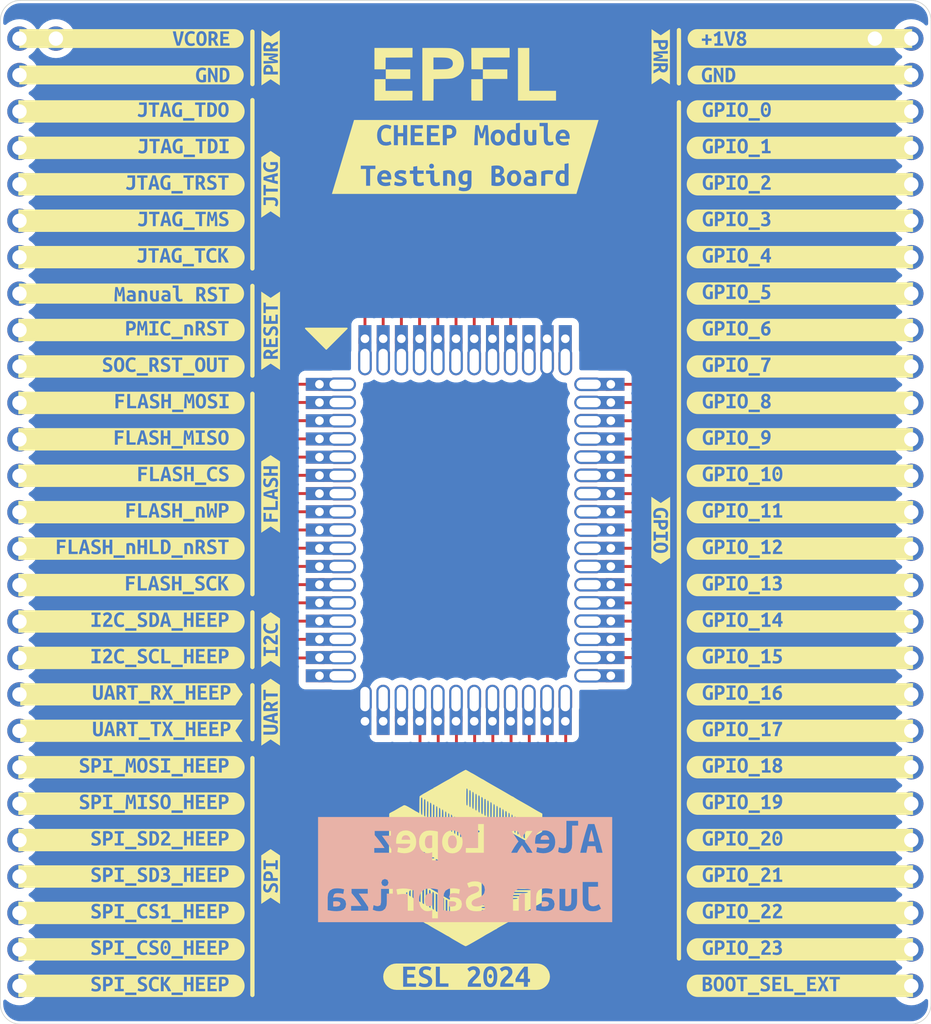
<source format=kicad_pcb>
(kicad_pcb (version 20240108) (generator "pcbnew") (generator_version "8.0")
  (layers (0 "F.Cu" signal) (1 "In1.Cu" signal) (2 "In2.Cu" signal) (31 "B.Cu" signal) (34 "B.Paste" user) (35 "F.Paste" user) (36 "B.SilkS" user "B.Silkscreen") (37 "F.SilkS" user "F.Silkscreen") (38 "B.Mask" user) (39 "F.Mask" user) (44 "Edge.Cuts" user))
  (net 0 "")
  (net 1 "Net-(J1C-GPIO_13)")
  (net 2 "Net-(J1A-SOC_RST_OUT)")
  (net 3 "Net-(J1B-SPI_CS1_HEEP)")
  (net 4 "Net-(J1B-SPI_MOSI_HEEP)")
  (net 5 "Net-(J1B-SPI_MISO_HEEP)")
  (net 6 "Net-(J1A-Manual_RST)")
  (net 7 "Net-(J1C-GPIO_9)")
  (net 8 "Net-(J1C-GPIO_20)")
  (net 9 "Net-(J1D-GPIO_7)")
  (net 10 "Net-(J1A-FLASH_MOSI)")
  (net 11 "Net-(J1B-UART_RX_HEEP)")
  (net 12 "Net-(J1C-GPIO_19)")
  (net 13 "Net-(J1A-JTAG_TDI)")
  (net 14 "Net-(J1B-SPI_CS0_HEEP)")
  (net 15 "Net-(J1C-GPIO_22)")
  (net 16 "Net-(J1C-GPIO_23)")
  (net 17 "Net-(J1A-FLASH_SCK)")
  (net 18 "Net-(J1C-BOOT_SEL_EXT)")
  (net 19 "Net-(J1A-I2C_SDA_HEEP)")
  (net 20 "Net-(J1A-FLASH_nHLD_nRST)")
  (net 21 "Net-(J1A-FLASH_CS)")
  (net 22 "Net-(J1D-GPIO_5)")
  (net 23 "Net-(J1C-GPIO_14)")
  (net 24 "Net-(J1C-GPIO_10)")
  (net 25 "Net-(J1C-GPIO_11)")
  (net 26 "Net-(J1C-GPIO_18)")
  (net 27 "Net-(J1A-FLASH_nWP)")
  (net 28 "Net-(J1A-PMIC_nRST)")
  (net 29 "Net-(J1A-JTAG_TDO)")
  (net 30 "Net-(J1D-GPIO_2)")
  (net 31 "Net-(J1B-UART_TX_HEEP)")
  (net 32 "Net-(J1A-FLASH_MISO)")
  (net 33 "Net-(J1C-GPIO_16)")
  (net 34 "Net-(J1D-GPIO_3)")
  (net 35 "Net-(J1D-GPIO_4)")
  (net 36 "Net-(J1C-GPIO_12)")
  (net 37 "Net-(J1B-SPI_SCK_HEEP)")
  (net 38 "Net-(J1A-JTAG_TRST)")
  (net 39 "Net-(J1D-GPIO_6)")
  (net 40 "Net-(J1C-GPIO_15)")
  (net 41 "Net-(J1A-JTAG_TCK)")
  (net 42 "Net-(J1C-GPIO_17)")
  (net 43 "Net-(J1B-SPI_SD2_HEEP)")
  (net 44 "Net-(J1A-JTAG_TMS)")
  (net 45 "Net-(J1D-GPIO_8)")
  (net 46 "Net-(J1D-GPIO_1)")
  (net 47 "Net-(J1A-I2C_SCL_HEEP)")
  (net 48 "Net-(J1B-SPI_SD3_HEEP)")
  (net 49 "Net-(J1C-GPIO_21)")
  (net 50 "Net-(J1D-GPIO_0)")
  (net 51 "GND")
  (net 52 "VCORE")
  (net 53 "+1V8")
  (footprint "kibuzzard-66E70D88" (layer "F.Cu") (at 119.126 122.555)
    (property "Reference" "kibuzzard-66E70D88" (hide yes))
    (property "Value" "G***" (hide yes))
  )
  (footprint "kibuzzard-66E70E38" (layer "F.Cu") (at 165.735 122.555)
    (property "Reference" "kibuzzard-66E70E38" (hide yes))
    (property "Value" "G***" (hide yes))
  )
  (footprint "LOGO" (layer "F.Cu") (at 142.4 71.6992)
    (property "Reference" "G***" (hide yes))
    (property "Value" "LOGO" (hide yes))
  )
  (footprint "kibuzzard-66E70E85" (layer "F.Cu") (at 165.735 89.535)
    (property "Reference" "kibuzzard-66E70E85" (hide yes))
    (property "Value" "G***" (hide yes))
  )
  (footprint "kibuzzard-66E70D1E" (layer "F.Cu") (at 119.126 99.695)
    (property "Reference" "kibuzzard-66E70D1E" (hide yes))
    (property "Value" "G***" (hide yes))
  )
  (footprint "kibuzzard-66E70AB4" (layer "F.Cu") (at 119.126 74.295)
    (property "Reference" "kibuzzard-66E70AB4" (hide yes))
    (property "Value" "G***" (hide yes))
  )
  (footprint "kibuzzard-66E70E8D" (layer "F.Cu") (at 165.735 86.995)
    (property "Reference" "kibuzzard-66E70E8D" (hide yes))
    (property "Value" "G***" (hide yes))
  )
  (footprint "kibuzzard-66E70A70" (layer "F.Cu") (at 119.126 71.755)
    (property "Reference" "kibuzzard-66E70A70" (hide yes))
    (property "Value" "G***" (hide yes))
  )
  (footprint "kibuzzard-66E70DB3" (layer "F.Cu") (at 119.126 135.255)
    (property "Reference" "kibuzzard-66E70DB3" (hide yes))
    (property "Value" "G***" (hide yes))
  )
  (footprint "kibuzzard-66E70E4F" (layer "F.Cu") (at 165.735 112.395)
    (property "Reference" "kibuzzard-66E70E4F" (hide yes))
    (property "Value" "G***" (hide yes))
  )
  (footprint "kibuzzard-66E7264D" (layer "F.Cu") (at 119.126 117.475)
    (property "Reference" "kibuzzard-66E7264D" (hide yes))
    (property "Value" "G***" (hide yes))
  )
  (footprint "kibuzzard-66E72648" (layer "F.Cu") (at 119.126 114.935)
    (property "Reference" "kibuzzard-66E72648" (hide yes))
    (property "Value" "G***" (hide yes))
  )
  (footprint "kibuzzard-66E70E42" (layer "F.Cu") (at 165.735 120.015)
    (property "Reference" "kibuzzard-66E70E42" (hide yes))
    (property "Value" "G***" (hide yes))
  )
  (footprint "kibuzzard-66E70E32" (layer "F.Cu") (at 165.735 125.095)
    (property "Reference" "kibuzzard-66E70E32" (hide yes))
    (property "Value" "G***" (hide yes))
  )
  (footprint "kibuzzard-66E70DDA" (layer "F.Cu") (at 165.735 135.255)
    (property "Reference" "kibuzzard-66E70DDA" (hide yes))
    (property "Value" "G***" (hide yes))
  )
  (footprint "kibuzzard-66E70E69" (layer "F.Cu") (at 165.735 99.695)
    (property "Reference" "kibuzzard-66E70E69" (hide yes))
    (property "Value" "G***" (hide yes))
  )
  (footprint "kibuzzard-66E70E46" (layer "F.Cu") (at 165.735 117.475)
    (property "Reference" "kibuzzard-66E70E46" (hide yes))
    (property "Value" "G***" (hide yes))
  )
  (footprint "kibuzzard-66E70FD7" (layer "F.Cu") (at 119.126 102.235)
    (property "Reference" "kibuzzard-66E70FD7" (hide yes))
    (property "Value" "G***" (hide yes))
  )
  (footprint "kibuzzard-66E7287F" (layer "F.Cu") (at 128.8288 89.5858 90)
    (property "Reference" "kibuzzard-66E7287F" (hide yes))
    (property "Value" "G***" (hide yes))
  )
  (footprint "kibuzzard-66E72A89" (layer "F.Cu") (at 156.0322 103.505 -90)
    (property "Reference" "kibuzzard-66E72A89" (hide yes))
    (property "Value" "G***" (hide yes))
  )
  (footprint "kibuzzard-66E72B07" (layer "F.Cu") (at 128.8288 70.5612 90)
    (property "Reference" "kibuzzard-66E72B07" (hide yes))
    (property "Value" "G***" (hide yes))
  )
  (footprint "kibuzzard-66E70EA7" (layer "F.Cu") (at 165.735 76.835)
    (property "Reference" "kibuzzard-66E70EA7" (hide yes))
    (property "Value" "G***" (hide yes))
  )
  (footprint "kibuzzard-66E70D18" (layer "F.Cu") (at 119.126 97.155)
    (property "Reference" "kibuzzard-66E70D18" (hide yes))
    (property "Value" "G***" (hide yes))
  )
  (footprint "kibuzzard-66E70D7A" (layer "F.Cu") (at 119.126 120.015)
    (property "Reference" "kibuzzard-66E70D7A" (hide yes))
    (property "Value" "G***" (hide yes))
  )
  (footprint "kibuzzard-66E70E2E" (layer "F.Cu") (at 165.735 127.635)
    (property "Reference" "kibuzzard-66E70E2E" (hide yes))
    (property "Value" "G***" (hide yes))
  )
  (footprint "kibuzzard-66E96512" (layer "F.Cu") (at 165.735 69.215)
    (property "Reference" "kibuzzard-66E96512" (hide yes))
    (property "Value" "G***" (hide yes))
  )
  (footprint "kibuzzard-66E70DAA" (layer "F.Cu") (at 119.126 132.715)
    (property "Reference" "kibuzzard-66E70DAA" (hide yes))
    (property "Value" "G***" (hide yes))
  )
  (footprint "kibuzzard-66E94B83" (layer "F.Cu") (at 142.4 77.47)
    (property "Reference" "kibuzzard-66E94B83" (hide yes))
    (property "Value" "G***" (hide yes))
  )
  (footprint "kibuzzard-66E70E80" (layer "F.Cu") (at 165.735 92.075)
    (property "Reference" "kibuzzard-66E70E80" (hide yes))
    (property "Value" "G***" (hide yes))
  )
  (footprint "kibuzzard-66E70ABD" (layer "F.Cu") (at 119.126 76.835)
    (property "Reference" "kibuzzard-66E70ABD" (hide yes))
    (property "Value" "G***" (hide yes))
  )
  (footprint "kibuzzard-66E729D8" (layer "F.Cu") (at 128.8288 116.1796 90)
    (property "Reference" "kibuzzard-66E729D8" (hide yes))
    (property "Value" "G***" (hide yes))
  )
  (footprint "kibuzzard-66E70E24" (layer "F.Cu") (at 165.735 132.715)
    (property "Reference" "kibuzzard-66E70E24" (hide yes))
    (property "Value" "G***" (hide yes))
  )
  (footprint "kibuzzard-66E70B1A" (layer "F.Cu") (at 119.126 94.615)
    (property "Reference" "kibuzzard-66E70B1A" (hide yes))
    (property "Value" "G***" (hide yes))
  )
  (footprint "kibuzzard-66E70AC3" (layer "F.Cu") (at 119.126 79.375)
    (property "Reference" "kibuzzard-66E70AC3" (hide yes))
    (property "Value" "G***" (hide yes))
  )
  (footprint "kibuzzard-66E70D29" (layer "F.Cu") (at 119.126 104.775)
    (property "Reference" "kibuzzard-66E70D29" (hide yes))
    (property "Value" "G***" (hide yes))
  )
  (footprint "kibuzzard-66E70D4B" (layer "F.Cu") (at 119.126 109.855)
    (property "Reference" "kibuzzard-66E70D4B" (hide yes))
    (property "Value" "G***" (hide yes))
  )
  (footprint "kibuzzard-66E70E63" (layer "F.Cu") (at 165.735 102.235)
    (property "Reference" "kibuzzard-66E70E63" (hide yes))
    (property "Value" "G***" (hide yes))
  )
  (footprint "kibuzzard-66E70AFE" (layer "F.Cu") (at 119.126 89.535)
    (property "Reference" "kibuzzard-66E70AFE" (hide yes))
    (property "Value" "G***" (hide yes))
  )
  (footprint "X-MODs_PcbLib:CHEEP_Board_Socket_Conn_1.27mm" (layer "F.Cu") (at 142.3924 104.7496)
    (property "Reference" "J1" (hide yes))
    (property "Value" "~" (hide yes))
  )
  (footprint "kibuzzard-66E70D52" (layer "F.Cu") (at 119.126 112.395)
    (property "Reference" "kibuzzard-66E70D52" (hide yes))
    (property "Value" "G***" (hide yes))
  )
  (footprint "kibuzzard-66E70E6E" (layer "F.Cu") (at 165.735 97.155)
    (property "Reference" "kibuzzard-66E70E6E" (hide yes))
    (property "Value" "G***" (hide yes))
  )
  (footprint "kibuzzard-66E729EF" (layer "F.Cu") (at 128.8288 79.375 90)
    (property "Reference" "kibuzzard-66E729EF" (hide yes))
    (property "Value" "G***" (hide yes))
  )
  (footprint "kibuzzard-66E70A5B" (layer "F.Cu") (at 119.126 69.215)
    (property "Reference" "kibuzzard-66E70A5B" (hide yes))
    (property "Value" "G***" (hide yes))
  )
  (footprint "kibuzzard-66E70E5B" (layer "F.Cu") (at 165.735 107.315)
    (property "Reference" "kibuzzard-66E70E5B" (hide yes))
    (property "Value" "G***" (hide yes))
  )
  (footprint "kibuzzard-66E70AEB" (layer "F.Cu") (at 119.126 81.915)
    (property "Reference" "kibuzzard-66E70AEB" (hide yes))
    (property "Value" "G***" (hide yes))
  )
  (footprint "kibuzzard-66E70D30" (layer "F.Cu") (at 119.126 107.315)
    (property "Reference" "kibuzzard-66E70D30" (hide yes))
    (property "Value" "G***" (hide yes))
  )
  (footprint "kibuzzard-66E70E9D" (layer "F.Cu") (at 165.735 79.375)
    (property "Reference" "kibuzzard-66E70E9D" (hide yes))
    (property "Value" "G***" (hide yes))
  )
  (footprint "kibuzzard-66E70E1C" (layer "F.Cu") (at 165.735 130.175)
    (property "Reference" "kibuzzard-66E70E1C" (hide yes))
    (property "Value" "G***" (hide yes))
  )
  (footprint "kibuzzard-66E70E53" (layer "F.Cu") (at 165.735 109.855)
    (property "Reference" "kibuzzard-66E70E53" (hide yes))
    (property "Value" "G***" (hide yes))
  )
  (footprint "kibuzzard-66E70A99" (layer "F.Cu") (at 119.126 86.995)
    (property "Reference" "kibuzzard-66E70A99" (hide yes))
    (property "Value" "G***" (hide yes))
  )
  (footprint "kibuzzard-66E964FF" (layer "F.Cu") (at 156.0322 70.485 -90)
    (property "Reference" "kibuzzard-66E964FF" (hide yes))
    (property "Value" "G***" (hide yes))
  )
  (footprint "kibuzzard-66E70B0A" (layer "F.Cu") (at 119.126 92.075)
    (property "Reference" "kibuzzard-66E70B0A" (hide yes))
    (property "Value" "G***" (hide yes))
  )
  (footprint "kibuzzard-66E729F7" (layer "F.Cu") (at 128.8288 127.635 90)
    (property "Reference" "kibuzzard-66E729F7" (hide yes))
    (property "Value" "G***" (hide yes))
  )
  (footprint "kibuzzard-66E70E98" (layer "F.Cu") (at 165.735 81.915)
    (property "Reference" "kibuzzard-66E70E98" (hide yes))
    (property "Value" "G***" (hide yes))
  )
  (footprint "kibuzzard-66E70E72" (layer "F.Cu") (at 165.735 94.615)
    (property "Reference" "kibuzzard-66E70E72" (hide yes))
    (property "Value" "G***" (hide yes))
  )
  (footprint "kibuzzard-66E70E4B" (layer "F.Cu") (at 165.735 114.935)
    (property "Reference" "kibuzzard-66E70E4B" (hide yes))
    (property "Value" "G***" (hide yes))
  )
  (footprint "kibuzzard-66E72391" (layer "F.Cu") (at 142.494 134.62)
    (property "Reference" "kibuzzard-66E72391" (hide yes))
    (property "Value" "G***" (hide yes))
  )
  (footprint "kibuzzard-66E70DA4" (layer "F.Cu") (at 119.126 130.175)
    (property "Reference" "kibuzzard-66E70DA4" (hide yes))
    (property "Value" "G***" (hide yes))
  )
  (footprint "kibuzzard-66E937B8" (layer "F.Cu") (at 165.735 71.755)
    (property "Reference" "kibuzzard-66E937B8" (hide yes))
    (property "Value" "G***" (hide yes))
  )
  (footprint "kibuzzard-66E70EAB" (layer "F.Cu") (at 165.735 74.295)
    (property "Reference" "kibuzzard-66E70EAB" (hide yes))
    (property "Value" "G***" (hide yes))
  )
  (footprint "kibuzzard-66E70D90" (layer "F.Cu") (at 119.126 125.095)
    (property "Reference" "kibuzzard-66E70D90" (hide yes))
    (property "Value" "G***" (hide yes))
  )
  (footprint "kibuzzard-66E729E5" (layer "F.Cu") (at 128.8288 100.965 90)
    (property "Reference" "kibuzzard-66E729E5" (hide yes))
    (property "Value" "G***" (hide yes))
  )
  (footprint "kibuzzard-66E729DD" (layer "F.Cu") (at 128.8288 111.125 90)
    (property "Reference" "kibuzzard-66E729DD" (hide yes))
    (property "Value" "G***" (hide yes))
  )
  (footprint "kibuzzard-66E70D9B" (layer "F.Cu") (at 119.126 127.635)
    (property "Reference" "kibuzzard-66E70D9B" (hide yes))
    (property "Value" "G***" (hide yes))
  )
  (footprint "LOGO" (layer "F.Cu") (at 142.1384 126.405)
    (property "Reference" "G***" (hide yes))
    (property "Value" "LOGO" (hide yes))
  )
  (footprint "kibuzzard-66E70E5F" (layer "F.Cu") (at 165.735 104.775)
    (property "Reference" "kibuzzard-66E70E5F" (hide yes))
    (property "Value" "G***" (hide yes))
  )
  (footprint "kibuzzard-66E70AC8" (layer "F.Cu") (at 119.126 84.455)
    (property "Reference" "kibuzzard-66E70AC8" (hide yes))
    (property "Value" "G***" (hide yes))
  )
  (footprint "kibuzzard-66E70E93" (layer "F.Cu") (at 165.735 84.455)
    (property "Reference" "kibuzzard-66E70E93" (hide yes))
    (property "Value" "G***" (hide yes))
  )
  (footprint "X-MODs_PcbLib:CHEEP_Board_Header_Conn_2.54mm" (layer "F.Cu") (at 142.41 102.24)
    (property "Reference" "J2" (hide yes))
    (property "Value" "~" (hide yes))
  )
  (footprint "kibuzzard-67530B40" (layer "B.Cu") (at 142.3924 127.1524 180)
    (property "Reference" "kibuzzard-67530B40" (hide yes))
    (property "Value" "G***" (hide yes))
  )
  (gr_line (start 157.3022 72.3392) (end 157.3022 68.6308) (stroke (width 0.3)) (layer "F.SilkS"))
  (gr_line (start 157.3022 73.66) (end 157.3022 133.35) (stroke (width 0.3)) (layer "F.SilkS"))
  (gr_line (start 127.5588 93.98) (end 127.5588 107.95) (stroke (width 0.3)) (layer "F.SilkS"))
  (gr_line (start 127.5588 73.5076) (end 127.5588 85.2424) (stroke (width 0.3)) (layer "F.SilkS"))
  (gr_line (start 127.5588 119.38) (end 127.5588 135.89) (stroke (width 0.3)) (layer "F.SilkS"))
  (gr_line (start 127.5588 114.3) (end 127.5588 118.0592) (stroke (width 0.3)) (layer "F.SilkS"))
  (gr_poly (pts (xy 134.1468 89.42244) (xy 132.70996 90.85928) (xy 131.27312 89.42244)) (stroke (width 0.1)) (fill solid) (layer "F.SilkS"))
  (gr_line (start 127.5588 109.22) (end 127.5588 113.03) (stroke (width 0.3)) (layer "F.SilkS"))
  (gr_line (start 127.5588 68.7324) (end 127.5588 72.39) (stroke (width 0.3)) (layer "F.SilkS"))
  (gr_line (start 127.5588 86.4616) (end 127.5588 92.71) (stroke (width 0.3)) (layer "F.SilkS"))
  (gr_arc (start 173.482 66.553) (mid 174.469828 66.962172) (end 174.879 67.95) (stroke (width 0.05)) (layer "Edge.Cuts"))
  (gr_arc (start 109.982 67.95) (mid 110.391172 66.962172) (end 111.379 66.553) (stroke (width 0.05)) (layer "Edge.Cuts"))
  (gr_arc (start 174.879 136.53) (mid 174.469828 137.517828) (end 173.482 137.927) (stroke (width 0.05)) (layer "Edge.Cuts"))
  (gr_line (start 111.379 66.553) (end 173.482 66.553) (stroke (width 0.05)) (layer "Edge.Cuts"))
  (gr_line (start 173.482 137.927) (end 111.379 137.927) (stroke (width 0.05)) (layer "Edge.Cuts"))
  (gr_line (start 109.982 67.95) (end 109.982 136.53) (stroke (width 0.05)) (layer "Edge.Cuts"))
  (gr_line (start 174.879 136.53) (end 174.879 67.95) (stroke (width 0.05)) (layer "Edge.Cuts"))
  (gr_arc (start 111.379 137.927) (mid 110.391172 137.517828) (end 109.982 136.53) (stroke (width 0.05)) (layer "Edge.Cuts"))
  (segment (start 159.9564 98.401) (end 168.8464 107.291) (width 0.2) (layer "F.Cu") (net 1))
  (segment (start 172.435597 107.29083) (end 173.855427 107.29083) (width 0.2) (layer "F.Cu") (net 1))
  (segment (start 152.5524 98.401) (end 159.9564 98.401) (width 0.2) (layer "F.Cu") (net 1))
  (segment (start 172.435427 107.291) (end 172.7024 107.291) (width 0.2) (layer "F.Cu") (net 1))
  (segment (start 168.8464 107.291) (end 172.435427 107.291) (width 0.2) (layer "F.Cu") (net 1))
  (segment (start 172.435427 107.291) (end 172.435597 107.29083) (width 0.2) (layer "F.Cu") (net 1))
  (segment (start 151.0024 98.3996) (end 152.5524 98.3996) (width 0.9) (layer "F.Cu") (net 1))
  (segment (start 151.0024 98.3996) (end 152.5524 98.3996) (width 0.9) (layer "B.Cu") (net 1))
  (segment (start 115.204427 92.04583) (end 112.110427 92.04583) (width 0.2) (layer "F.Cu") (net 2))
  (segment (start 133.7824 102.2096) (end 132.2324 102.2096) (width 0.9) (layer "F.Cu") (net 2))
  (segment (start 132.260427 102.20583) (end 125.364427 102.20583) (width 0.2) (layer "F.Cu") (net 2))
  (segment (start 125.364427 102.20583) (end 115.204427 92.04583) (width 0.2) (layer "F.Cu") (net 2))
  (segment (start 133.7824 102.2096) (end 132.2324 102.2096) (width 0.9) (layer "B.Cu") (net 2))
  (segment (start 141.234427 130.01383) (end 146.865427 124.38283) (width 0.2) (layer "F.Cu") (net 3))
  (segment (start 146.865427 124.38283) (end 146.865427 116.842627) (width 0.2) (layer "F.Cu") (net 3))
  (segment (start 146.865427 116.842627) (end 146.8374 116.8146) (width 0.2) (layer "F.Cu") (net 3))
  (segment (start 112.110427 130.14583) (end 112.242427 130.01383) (width 0.2) (layer "F.Cu") (net 3))
  (segment (start 146.8374 115.2646) (end 146.8374 116.8146) (width 0.9) (layer "F.Cu") (net 3))
  (segment (start 112.242427 130.01383) (end 141.234427 130.01383) (width 0.2) (layer "F.Cu") (net 3))
  (segment (start 146.8374 115.2646) (end 146.8374 116.8146) (width 0.9) (layer "B.Cu") (net 3))
  (segment (start 141.7574 115.2646) (end 141.7574 116.8146) (width 0.9) (layer "F.Cu") (net 4))
  (segment (start 122.692427 124.93383) (end 139.202427 124.93383) (width 0.2) (layer "F.Cu") (net 4))
  (segment (start 139.202427 124.93383) (end 141.785427 122.35083) (width 0.2) (layer "F.Cu") (net 4))
  (segment (start 112.110427 119.98583) (end 117.744427 119.98583) (width 0.2) (layer "F.Cu") (net 4))
  (segment (start 117.744427 119.98583) (end 122.692427 124.93383) (width 0.2) (layer "F.Cu") (net 4))
  (segment (start 141.785427 122.35083) (end 141.785427 116.842627) (width 0.2) (layer "F.Cu") (net 4))
  (segment (start 141.785427 116.842627) (end 141.7574 116.8146) (width 0.2) (layer "F.Cu") (net 4))
  (segment (start 141.7574 115.2646) (end 141.7574 116.8146) (width 0.9) (layer "B.Cu") (net 4))
  (segment (start 118.506427 122.52583) (end 122.184427 126.20383) (width 0.2) (layer "F.Cu") (net 5))
  (segment (start 143.055427 116.842627) (end 143.0274 116.8146) (width 0.2) (layer "F.Cu") (net 5))
  (segment (start 112.110427 122.52583) (end 118.506427 122.52583) (width 0.2) (layer "F.Cu") (net 5))
  (segment (start 143.0274 115.2646) (end 143.0274 116.8146) (width 0.9) (layer "F.Cu") (net 5))
  (segment (start 143.055427 122.85883) (end 143.055427 116.842627) (width 0.2) (layer "F.Cu") (net 5))
  (segment (start 122.184427 126.20383) (end 139.710427 126.20383) (width 0.2) (layer "F.Cu") (net 5))
  (segment (start 139.710427 126.20383) (end 143.055427 122.85883) (width 0.2) (layer "F.Cu") (net 5))
  (segment (start 143.0274 115.2646) (end 143.0274 116.8146) (width 0.9) (layer "B.Cu") (net 5))
  (segment (start 133.7824 99.6696) (end 132.2324 99.6696) (width 0.9) (layer "F.Cu") (net 6))
  (segment (start 132.006427 99.66583) (end 126.380427 99.66583) (width 0.2) (layer "F.Cu") (net 6))
  (segment (start 126.380427 99.66583) (end 113.680427 86.96583) (width 0.2) (layer "F.Cu") (net 6))
  (segment (start 113.680427 86.96583) (end 112.110427 86.96583) (width 0.2) (layer "F.Cu") (net 6))
  (segment (start 133.7824 99.6696) (end 132.2324 99.6696) (width 0.9) (layer "B.Cu") (net 6))
  (segment (start 152.5524 93.321) (end 162.7504 93.321) (width 0.2) (layer "F.Cu") (net 7))
  (segment (start 172.435597 97.13083) (end 173.855427 97.13083) (width 0.2) (layer "F.Cu") (net 7))
  (segment (start 171.800427 97.131) (end 172.7024 97.131) (width 0.2) (layer "F.Cu") (net 7))
  (segment (start 166.5604 97.131) (end 171.800427 97.131) (width 0.2) (layer "F.Cu") (net 7))
  (segment (start 162.7504 93.321) (end 166.5604 97.131) (width 0.2) (layer "F.Cu") (net 7))
  (segment (start 151.0024 93.3196) (end 152.5524 93.3196) (width 0.9) (layer "F.Cu") (net 7))
  (segment (start 171.800427 97.131) (end 172.435427 97.131) (width 0.2) (layer "F.Cu") (net 7))
  (segment (start 172.435427 97.131) (end 172.435597 97.13083) (width 0.2) (layer "F.Cu") (net 7))
  (segment (start 151.0024 93.3196) (end 152.5524 93.3196) (width 0.9) (layer "B.Cu") (net 7))
  (segment (start 167.3224 125.071) (end 173.855257 125.071) (width 0.2) (layer "F.Cu") (net 8))
  (segment (start 152.8064 107.291) (end 156.4004 107.291) (width 0.2) (layer "F.Cu") (net 8))
  (segment (start 160.3424 111.233) (end 160.3424 118.091) (width 0.2) (layer "F.Cu") (net 8))
  (segment (start 156.4004 107.291) (end 160.3424 111.233) (width 0.2) (layer "F.Cu") (net 8))
  (segment (start 160.3424 118.091) (end 167.3224 125.071) (width 0.2) (layer "F.Cu") (net 8))
  (segment (start 173.855257 125.071) (end 173.855427 125.07083) (width 0.2) (layer "F.Cu") (net 8))
  (segment (start 151.0024 107.2896) (end 152.5524 107.2896) (width 0.9) (layer "F.Cu") (net 8))
  (segment (start 151.0024 107.2896) (end 152.5524 107.2896) (width 0.9) (layer "B.Cu") (net 8))
  (segment (start 146.1184 85.833) (end 161.6124 85.833) (width 0.2) (layer "F.Cu") (net 9))
  (segment (start 144.2974 87.654) (end 146.1184 85.833) (width 0.2) (layer "F.Cu") (net 9))
  (segment (start 144.2974 90.146) (end 144.2974 87.654) (width 0.2) (layer "F.Cu") (net 9))
  (segment (start 173.733597 91.929) (end 173.855427 92.05083) (width 0.2) (layer "F.Cu") (net 9))
  (segment (start 167.7084 91.929) (end 173.733597 91.929) (width 0.2) (layer "F.Cu") (net 9))
  (segment (start 144.2974 91.6946) (end 144.2974 90.1446) (width 0.9) (layer "F.Cu") (net 9))
  (segment (start 161.6124 85.833) (end 167.7084 91.929) (width 0.2) (layer "F.Cu") (net 9))
  (segment (start 144.2974 91.6946) (end 144.2974 90.1446) (width 0.9) (layer "B.Cu") (net 9))
  (segment (start 132.260427 103.47583) (end 124.856427 103.47583) (width 0.2) (layer "F.Cu") (net 10))
  (segment (start 133.7824 103.4796) (end 132.2324 103.4796) (width 0.9) (layer "F.Cu") (net 10))
  (segment (start 115.966427 94.58583) (end 112.110427 94.58583) (width 0.2) (layer "F.Cu") (net 10))
  (segment (start 124.856427 103.47583) (end 115.966427 94.58583) (width 0.2) (layer "F.Cu") (net 10))
  (segment (start 133.7824 103.4796) (end 132.2324 103.4796) (width 0.9) (layer "B.Cu") (net 10))
  (segment (start 139.245427 116.842627) (end 139.2174 116.8146) (width 0.2) (layer "F.Cu") (net 11))
  (segment (start 123.708427 122.39383) (end 138.186427 122.39383) (width 0.2) (layer "F.Cu") (net 11))
  (segment (start 139.245427 121.33483) (end 139.245427 116.842627) (width 0.2) (layer "F.Cu") (net 11))
  (segment (start 139.2174 115.2646) (end 139.2174 116.8146) (width 0.9) (layer "F.Cu") (net 11))
  (segment (start 138.186427 122.39383) (end 139.245427 121.33483) (width 0.2) (layer "F.Cu") (net 11))
  (segment (start 116.220427 114.90583) (end 123.708427 122.39383) (width 0.2) (layer "F.Cu") (net 11))
  (segment (start 112.110427 114.90583) (end 116.220427 114.90583) (width 0.2) (layer "F.Cu") (net 11))
  (segment (start 139.2174 115.2646) (end 139.2174 116.8146) (width 0.9) (layer "B.Cu") (net 11))
  (segment (start 156.9084 106.021) (end 161.6124 110.725) (width 0.2) (layer "F.Cu") (net 12))
  (segment (start 151.0024 106.0196) (end 152.5524 106.0196) (width 0.9) (layer "F.Cu") (net 12))
  (segment (start 172.435427 122.531) (end 172.7024 122.531) (width 0.2) (layer "F.Cu") (net 12))
  (segment (start 161.6124 117.583) (end 166.5604 122.531) (width 0.2) (layer "F.Cu") (net 12))
  (segment (start 152.8064 106.021) (end 156.9084 106.021) (width 0.2) (layer "F.Cu") (net 12))
  (segment (start 172.435597 122.53083) (end 173.855427 122.53083) (width 0.2) (layer "F.Cu") (net 12))
  (segment (start 161.6124 110.725) (end 161.6124 117.583) (width 0.2) (layer "F.Cu") (net 12))
  (segment (start 166.5604 122.531) (end 172.435427 122.531) (width 0.2) (layer "F.Cu") (net 12))
  (segment (start 172.435427 122.531) (end 172.435597 122.53083) (width 0.2) (layer "F.Cu") (net 12))
  (segment (start 151.0024 106.0196) (end 152.5524 106.0196) (width 0.9) (layer "B.Cu") (net 12))
  (segment (start 117.490427 76.80583) (end 112.110427 76.80583) (width 0.2) (layer "F.Cu") (net 13))
  (segment (start 132.006427 94.58583) (end 128.412427 94.58583) (width 0.2) (layer "F.Cu") (net 13))
  (segment (start 133.7824 94.5896) (end 132.2324 94.5896) (width 0.9) (layer "F.Cu") (net 13))
  (segment (start 128.412427 94.58583) (end 124.470427 90.64383) (width 0.2) (layer "F.Cu") (net 13))
  (segment (start 124.470427 90.64383) (end 124.470427 83.78583) (width 0.2) (layer "F.Cu") (net 13))
  (segment (start 124.470427 83.78583) (end 117.490427 76.80583) (width 0.2) (layer "F.Cu") (net 13))
  (segment (start 133.7824 94.5896) (end 132.2324 94.5896) (width 0.9) (layer "B.Cu") (net 13))
  (segment (start 148.135427 124.89083) (end 148.135427 116.842627) (width 0.2) (layer "F.Cu") (net 14))
  (segment (start 119.512427 132.68583) (end 120.914427 131.28383) (width 0.2) (layer "F.Cu") (net 14))
  (segment (start 148.135427 116.842627) (end 148.1074 116.8146) (width 0.2) (layer "F.Cu") (net 14))
  (segment (start 112.110427 132.68583) (end 119.512427 132.68583) (width 0.2) (layer "F.Cu") (net 14))
  (segment (start 148.1074 115.2646) (end 148.1074 116.8146) (width 0.9) (layer "F.Cu") (net 14))
  (segment (start 141.742427 131.28383) (end 148.135427 124.89083) (width 0.2) (layer "F.Cu") (net 14))
  (segment (start 120.914427 131.28383) (end 141.742427 131.28383) (width 0.2) (layer "F.Cu") (net 14))
  (segment (start 148.1074 115.2646) (end 148.1074 116.8146) (width 0.9) (layer "B.Cu") (net 14))
  (segment (start 155.3844 109.831) (end 157.8024 112.249) (width 0.2) (layer "F.Cu") (net 15))
  (segment (start 151.0024 109.8296) (end 152.5524 109.8296) (width 0.9) (layer "F.Cu") (net 15))
  (segment (start 152.8064 109.831) (end 155.3844 109.831) (width 0.2) (layer "F.Cu") (net 15))
  (segment (start 173.855257 130.151) (end 173.855427 130.15083) (width 0.2) (layer "F.Cu") (net 15))
  (segment (start 157.8024 112.249) (end 157.8024 119.107) (width 0.2) (layer "F.Cu") (net 15))
  (segment (start 157.8024 119.107) (end 168.8464 130.151) (width 0.2) (layer "F.Cu") (net 15))
  (segment (start 168.8464 130.151) (end 173.855257 130.151) (width 0.2) (layer "F.Cu") (net 15))
  (segment (start 151.0024 109.8296) (end 152.5524 109.8296) (width 0.9) (layer "B.Cu") (net 15))
  (segment (start 169.6084 132.691) (end 173.855257 132.691) (width 0.2) (layer "F.Cu") (net 16))
  (segment (start 152.8064 111.101) (end 154.8764 111.101) (width 0.2) (layer "F.Cu") (net 16))
  (segment (start 156.5324 112.757) (end 156.5324 119.615) (width 0.2) (layer "F.Cu") (net 16))
  (segment (start 156.5324 119.615) (end 169.6084 132.691) (width 0.2) (layer "F.Cu") (net 16))
  (segment (start 154.8764 111.101) (end 156.5324 112.757) (width 0.2) (layer "F.Cu") (net 16))
  (segment (start 173.855257 132.691) (end 173.855427 132.69083) (width 0.2) (layer "F.Cu") (net 16))
  (segment (start 151.0024 111.0996) (end 152.5524 111.0996) (width 0.9) (layer "F.Cu") (net 16))
  (segment (start 151.0024 111.0996) (end 152.5524 111.0996) (width 0.9) (layer "B.Cu") (net 16))
  (segment (start 118.04 107.32) (end 111.315 107.32) (width 0.2) (layer "F.Cu") (net 17))
  (segment (start 133.7824 109.8296) (end 132.2324 109.8296) (width 0.9) (layer "F.Cu") (net 17))
  (segment (start 132.2324 109.8296) (end 120.5496 109.8296) (width 0.2) (layer "F.Cu") (net 17))
  (segment (start 120.5496 109.8296) (end 118.04 107.32) (width 0.2) (layer "F.Cu") (net 17))
  (segment (start 133.7824 109.8296) (end 132.2324 109.8296) (width 0.9) (layer "B.Cu") (net 17))
  (segment (start 155.2624 120.123) (end 170.3704 135.231) (width 0.2) (layer "F.Cu") (net 18))
  (segment (start 170.3704 135.231) (end 173.855257 135.231) (width 0.2) (layer "F.Cu") (net 18))
  (segment (start 173.855257 135.231) (end 173.855427 135.23083) (width 0.2) (layer "F.Cu") (net 18))
  (segment (start 155.2624 113.265) (end 155.2624 120.123) (width 0.2) (layer "F.Cu") (net 18))
  (segment (start 151.0024 112.3696) (end 152.5524 112.3696) (width 0.9) (layer "F.Cu") (net 18))
  (segment (start 154.3684 112.371) (end 155.2624 113.265) (width 0.2) (layer "F.Cu") (net 18))
  (segment (start 152.8064 112.371) (end 154.3684 112.371) (width 0.2) (layer "F.Cu") (net 18))
  (segment (start 151.0024 112.3696) (end 152.5524 112.3696) (width 0.9) (layer "B.Cu") (net 18))
  (segment (start 133.7824 111.0996) (end 132.2324 111.0996) (width 0.9) (layer "F.Cu") (net 19))
  (segment (start 111.315 109.86) (end 117.35 109.86) (width 0.2) (layer "F.Cu") (net 19))
  (segment (start 118.5896 111.0996) (end 132.2324 111.0996) (width 0.2) (layer "F.Cu") (net 19))
  (segment (start 117.35 109.86) (end 118.5896 111.0996) (width 0.2) (layer "F.Cu") (net 19))
  (segment (start 133.7824 111.0996) (end 132.2324 111.0996) (width 0.9) (layer "B.Cu") (net 19))
  (segment (start 133.7824 108.5596) (end 132.2324 108.5596) (width 0.9) (layer "F.Cu") (net 20))
  (segment (start 132.260427 108.55583) (end 122.062427 108.55583) (width 0.2) (layer "F.Cu") (net 20))
  (segment (start 118.252427 104.74583) (end 112.110427 104.74583) (width 0.2) (layer "F.Cu") (net 20))
  (segment (start 122.062427 108.55583) (end 118.252427 104.74583) (width 0.2) (layer "F.Cu") (net 20))
  (segment (start 133.7824 108.5596) (end 132.2324 108.5596) (width 0.9) (layer "B.Cu") (net 20))
  (segment (start 117.236427 99.66583) (end 123.586427 106.01583) (width 0.2) (layer "F.Cu") (net 21))
  (segment (start 123.586427 106.01583) (end 132.260427 106.01583) (width 0.2) (layer "F.Cu") (net 21))
  (segment (start 112.110427 99.66583) (end 117.236427 99.66583) (width 0.2) (layer "F.Cu") (net 21))
  (segment (start 133.7824 106.0196) (end 132.2324 106.0196) (width 0.9) (layer "F.Cu") (net 21))
  (segment (start 133.7824 106.0196) (end 132.2324 106.0196) (width 0.9) (layer "B.Cu") (net 21))
  (segment (start 141.7574 91.6946) (end 141.7574 90.1446) (width 0.9) (layer "F.Cu") (net 22))
  (segment (start 173.855257 86.971) (end 173.855427 86.97083) (width 0.2) (layer "F.Cu") (net 22))
  (segment (start 166.3064 86.971) (end 173.855257 86.971) (width 0.2) (layer "F.Cu") (net 22))
  (segment (start 141.7574 90.146) (end 141.7574 86.638) (width 0.2) (layer "F.Cu") (net 22))
  (segment (start 145.1024 83.293) (end 162.6284 83.293) (width 0.2) (layer "F.Cu") (net 22))
  (segment (start 162.6284 83.293) (end 166.3064 86.971) (width 0.2) (layer "F.Cu") (net 22))
  (segment (start 141.7574 86.638) (end 145.1024 83.293) (width 0.2) (layer "F.Cu") (net 22))
  (segment (start 141.7574 91.6946) (end 141.7574 90.1446) (width 0.9) (layer "B.Cu") (net 22))
  (segment (start 151.0024 99.6696) (end 152.5524 99.6696) (width 0.9) (layer "F.Cu") (net 23))
  (segment (start 172.435427 109.831) (end 172.435597 109.83083) (width 0.2) (layer "F.Cu") (net 23))
  (segment (start 172.435427 109.831) (end 172.7024 109.831) (width 0.2) (layer "F.Cu") (net 23))
  (segment (start 172.435597 109.83083) (end 173.855427 109.83083) (width 0.2) (layer "F.Cu") (net 23))
  (segment (start 169.6084 109.831) (end 172.435427 109.831) (width 0.2) (layer "F.Cu") (net 23))
  (segment (start 152.5524 99.671) (end 159.4484 99.671) (width 0.2) (layer "F.Cu") (net 23))
  (segment (start 159.4484 99.671) (end 169.6084 109.831) (width 0.2) (layer "F.Cu") (net 23))
  (segment (start 151.0024 99.6696) (end 152.5524 99.6696) (width 0.9) (layer "B.Cu") (net 23))
  (segment (start 172.435427 99.671) (end 167.0684 99.671) (width 0.2) (layer "F.Cu") (net 24))
  (segment (start 167.0684 99.671) (end 161.9884 94.591) (width 0.2) (layer "F.Cu") (net 24))
  (segment (start 172.7024 99.671) (end 172.435427 99.671) (width 0.2) (layer "F.Cu") (net 24))
  (segment (start 172.435597 99.67083) (end 173.855427 99.67083) (width 0.2) (layer "F.Cu") (net 24))
  (segment (start 172.435427 99.671) (end 172.435597 99.67083) (width 0.2) (layer "F.Cu") (net 24))
  (segment (start 161.9884 94.591) (end 152.5524 94.591) (width 0.2) (layer "F.Cu") (net 24))
  (segment (start 151.0024 94.5896) (end 152.5524 94.5896) (width 0.9) (layer "F.Cu") (net 24))
  (segment (start 151.0024 94.5896) (end 152.5524 94.5896) (width 0.9) (layer "B.Cu") (net 24))
  (segment (start 172.435597 102.21083) (end 173.855427 102.21083) (width 0.2) (layer "F.Cu") (net 25))
  (segment (start 151.0024 95.8596) (end 152.5524 95.8596) (width 0.9) (layer "F.Cu") (net 25))
  (segment (start 172.435427 102.211) (end 172.435597 102.21083) (width 0.2) (layer "F.Cu") (net 25))
  (segment (start 172.7024 102.211) (end 172.435427 102.211) (width 0.2) (layer "F.Cu") (net 25))
  (segment (start 161.2264 95.861) (end 152.5524 95.861) (width 0.2) (layer "F.Cu") (net 25))
  (segment (start 167.5764 102.211) (end 161.2264 95.861) (width 0.2) (layer "F.Cu") (net 25))
  (segment (start 172.435427 102.211) (end 167.5764 102.211) (width 0.2) (layer "F.Cu") (net 25))
  (segment (start 151.0024 95.8596) (end 152.5524 95.8596) (width 0.9) (layer "B.Cu") (net 25))
  (segment (start 165.7984 119.991) (end 173.855257 119.991) (width 0.2) (layer "F.Cu") (net 26))
  (segment (start 151.0024 104.7496) (end 152.5524 104.7496) (width 0.9) (layer "F.Cu") (net 26))
  (segment (start 173.855257 119.991) (end 173.855427 119.99083) (width 0.2) (layer "F.Cu") (net 26))
  (segment (start 157.4164 104.751) (end 162.8824 110.217) (width 0.2) (layer "F.Cu") (net 26))
  (segment (start 152.580427 104.74583) (end 152.585597 104.751) (width 0.2) (layer "F.Cu") (net 26))
  (segment (start 152.585597 104.751) (end 157.4164 104.751) (width 0.2) (layer "F.Cu") (net 26))
  (segment (start 162.8824 110.217) (end 162.8824 117.075) (width 0.2) (layer "F.Cu") (net 26))
  (segment (start 162.8824 117.075) (end 165.7984 119.991) (width 0.2) (layer "F.Cu") (net 26))
  (segment (start 151.0024 104.7496) (end 152.5524 104.7496) (width 0.9) (layer "B.Cu") (net 26))
  (segment (start 117.744427 102.20583) (end 122.824427 107.28583) (width 0.2) (layer "F.Cu") (net 27))
  (segment (start 133.7824 107.2896) (end 132.2324 107.2896) (width 0.9) (layer "F.Cu") (net 27))
  (segment (start 112.110427 102.20583) (end 117.744427 102.20583) (width 0.2) (layer "F.Cu") (net 27))
  (segment (start 122.824427 107.28583) (end 132.260427 107.28583) (width 0.2) (layer "F.Cu") (net 27))
  (segment (start 133.7824 107.2896) (end 132.2324 107.2896) (width 0.9) (layer "B.Cu") (net 27))
  (segment (start 114.442427 89.50583) (end 112.110427 89.50583) (width 0.2) (layer "F.Cu") (net 28))
  (segment (start 132.260427 100.93583) (end 125.872427 100.93583) (width 0.2) (layer "F.Cu") (net 28))
  (segment (start 125.872427 100.93583) (end 114.442427 89.50583) (width 0.2) (layer "F.Cu") (net 28))
  (segment (start 133.7824 100.9396) (end 132.2324 100.9396) (width 0.9) (layer "F.Cu") (net 28))
  (segment (start 133.7824 100.9396) (end 132.2324 100.9396) (width 0.9) (layer "B.Cu") (net 28))
  (segment (start 125.740427 90.13583) (end 125.740427 83.27783) (width 0.2) (layer "F.Cu") (net 29))
  (segment (start 133.7824 93.3196) (end 132.2324 93.3196) (width 0.9) (layer "F.Cu") (net 29))
  (segment (start 125.740427 83.27783) (end 116.728427 74.26583) (width 0.2) (layer "F.Cu") (net 29))
  (segment (start 116.728427 74.26583) (end 112.110427 74.26583) (width 0.2) (layer "F.Cu") (net 29))
  (segment (start 128.920427 93.31583) (end 125.740427 90.13583) (width 0.2) (layer "F.Cu") (net 29))
  (segment (start 132.006427 93.31583) (end 128.920427 93.31583) (width 0.2) (layer "F.Cu") (net 29))
  (segment (start 133.7824 93.3196) (end 132.2324 93.3196) (width 0.9) (layer "B.Cu") (net 29))
  (segment (start 173.855427 79.35083) (end 173.723257 79.483) (width 0.2) (layer "F.Cu") (net 30))
  (segment (start 137.9474 91.6946) (end 137.9474 90.1446) (width 0.9) (layer "F.Cu") (net 30))
  (segment (start 143.5784 79.483) (end 137.9474 85.114) (width 0.2) (layer "F.Cu") (net 30))
  (segment (start 173.723257 79.483) (end 143.5784 79.483) (width 0.2) (layer "F.Cu") (net 30))
  (segment (start 137.9474 85.114) (end 137.9474 90.146) (width 0.2) (layer "F.Cu") (net 30))
  (segment (start 137.9474 91.6946) (end 137.9474 90.1446) (width 0.9) (layer "B.Cu") (net 30))
  (segment (start 140.515427 116.842627) (end 140.4874 116.8146) (width 0.2) (layer "F.Cu") (net 31))
  (segment (start 117.104427 117.56783) (end 123.200427 123.66383) (width 0.2) (layer "F.Cu") (net 31))
  (segment (start 140.4874 115.2646) (end 140.4874 116.8146) (width 0.9) (layer "F.Cu") (net 31))
  (segment (start 123.200427 123.66383) (end 138.694427 123.66383) (width 0.2) (layer "F.Cu") (net 31))
  (segment (start 140.515427 121.84283) (end 140.515427 116.842627) (width 0.2) (layer "F.Cu") (net 31))
  (segment (start 112.110427 117.44583) (end 112.232427 117.56783) (width 0.2) (layer "F.Cu") (net 31))
  (segment (start 138.694427 123.66383) (end 140.515427 121.84283) (width 0.2) (layer "F.Cu") (net 31))
  (segment (start 112.232427 117.56783) (end 117.104427 117.56783) (width 0.2) (layer "F.Cu") (net 31))
  (segment (start 140.4874 115.2646) (end 140.4874 116.8146) (width 0.9) (layer "B.Cu") (net 31))
  (segment (start 116.474427 97.12583) (end 124.094427 104.74583) (width 0.2) (layer "F.Cu") (net 32))
  (segment (start 133.7824 104.7496) (end 132.2324 104.7496) (width 0.9) (layer "F.Cu") (net 32))
  (segment (start 112.110427 97.12583) (end 116.474427 97.12583) (width 0.2) (layer "F.Cu") (net 32))
  (segment (start 124.094427 104.74583) (end 132.260427 104.74583) (width 0.2) (layer "F.Cu") (net 32))
  (segment (start 133.7824 104.7496) (end 132.2324 104.7496) (width 0.9) (layer "B.Cu") (net 32))
  (segment (start 158.4324 102.211) (end 171.1324 114.911) (width 0.2) (layer "F.Cu") (net 33))
  (segment (start 172.435427 114.911) (end 172.7024 114.911) (width 0.2) (layer "F.Cu") (net 33))
  (segment (start 172.435427 114.911) (end 172.435597 114.91083) (width 0.2) (layer "F.Cu") (net 33))
  (segment (start 151.0024 102.2096) (end 152.5524 102.2096) (width 0.9) (layer "F.Cu") (net 33))
  (segment (start 171.1324 114.911) (end 172.435427 114.911) (width 0.2) (layer "F.Cu") (net 33))
  (segment (start 152.8064 102.211) (end 158.4324 102.211) (width 0.2) (layer "F.Cu") (net 33))
  (segment (start 172.435597 114.91083) (end 173.855427 114.91083) (width 0.2) (layer "F.Cu") (net 33))
  (segment (start 151.0024 102.2096) (end 152.5524 102.2096) (width 0.9) (layer "B.Cu") (net 33))
  (segment (start 144.0864 80.753) (end 164.1524 80.753) (width 0.2) (layer "F.Cu") (net 34))
  (segment (start 139.2174 85.622) (end 144.0864 80.753) (width 0.2) (layer "F.Cu") (net 34))
  (segment (start 172.435427 81.891) (end 172.435597 81.89083) (width 0.2) (layer "F.Cu") (net 34))
  (segment (start 165.2904 81.891) (end 172.435427 81.891) (width 0.2) (layer "F.Cu") (net 34))
  (segment (start 139.2174 90.146) (end 139.2174 85.622) (width 0.2) (layer "F.Cu") (net 34))
  (segment (start 139.2174 91.6946) (end 139.2174 90.1446) (width 0.9) (layer "F.Cu") (net 34))
  (segment (start 164.1524 80.753) (end 165.2904 81.891) (width 0.2) (layer "F.Cu") (net 34))
  (segment (start 172.435597 81.89083) (end 173.855427 81.89083) (width 0.2) (layer "F.Cu") (net 34))
  (segment (start 172.435427 81.891) (end 172.7024 81.891) (width 0.2) (layer "F.Cu") (net 34))
  (segment (start 139.2174 91.6946) (end 139.2174 90.1446) (width 0.9) (layer "B.Cu") (net 34))
  (segment (start 140.4874 90.146) (end 140.4874 86.13) (width 0.2) (layer "F.Cu") (net 35))
  (segment (start 144.5944 82.023) (end 163.1364 82.023) (width 0.2) (layer "F.Cu") (net 35))
  (segment (start 173.855257 84.431) (end 173.855427 84.43083) (width 0.2) (layer "F.Cu") (net 35))
  (segment (start 165.5444 84.431) (end 172.7024 84.431) (width 0.2) (layer "F.Cu") (net 35))
  (segment (start 140.4874 91.6946) (end 140.4874 90.1446) (width 0.9) (layer "F.Cu") (net 35))
  (segment (start 163.1364 82.023) (end 165.5444 84.431) (width 0.2) (layer "F.Cu") (net 35))
  (segment (start 140.4874 86.13) (end 144.5944 82.023) (width 0.2) (layer "F.Cu") (net 35))
  (segment (start 172.7024 84.431) (end 173.855257 84.431) (width 0.2) (layer "F.Cu") (net 35))
  (segment (start 140.4874 91.6946) (end 140.4874 90.1446) (width 0.9) (layer "B.Cu") (net 35))
  (segment (start 151.0024 97.1296) (end 152.5524 97.1296) (width 0.9) (layer "F.Cu") (net 36))
  (segment (start 160.7184 97.131) (end 168.3384 104.751) (width 0.2) (layer "F.Cu") (net 36))
  (segment (start 168.3384 104.751) (end 173.855257 104.751) (width 0.2) (layer "F.Cu") (net 36))
  (segment (start 173.855257 104.751) (end 173.855427 104.75083) (width 0.2) (layer "F.Cu") (net 36))
  (segment (start 152.5524 97.131) (end 160.7184 97.131) (width 0.2) (layer "F.Cu") (net 36))
  (segment (start 151.0024 97.1296) (end 152.5524 97.1296) (width 0.9) (layer "B.Cu") (net 36))
  (segment (start 118.909177 135.22583) (end 121.581177 132.55383) (width 0.2) (layer "F.Cu") (net 37))
  (segment (start 149.405427 125.39883) (end 149.405427 116.842627) (width 0.2) (layer "F.Cu") (net 37))
  (segment (start 112.110427 135.22583) (end 118.909177 135.22583) (width 0.2) (layer "F.Cu") (net 37))
  (segment (start 149.405427 116.842627) (end 149.3774 116.8146) (width 0.2) (layer "F.Cu") (net 37))
  (segment (start 121.581177 132.55383) (end 142.250427 132.55383) (width 0.2) (layer "F.Cu") (net 37))
  (segment (start 142.250427 132.55383) (end 149.405427 125.39883) (width 0.2) (layer "F.Cu") (net 37))
  (segment (start 149.3774 115.2646) (end 149.3774 116.8146) (width 0.9) (layer "F.Cu") (net 37))
  (segment (start 149.3774 115.2646) (end 149.3774 116.8146) (width 0.9) (layer "B.Cu") (net 37))
  (segment (start 132.006427 95.85583) (end 127.904427 95.85583) (width 0.2) (layer "F.Cu") (net 38))
  (segment (start 123.200427 91.15183) (end 123.200427 84.29383) (width 0.2) (layer "F.Cu") (net 38))
  (segment (start 133.7824 95.8596) (end 132.2324 95.8596) (width 0.9) (layer "F.Cu") (net 38))
  (segment (start 118.252427 79.34583) (end 112.110427 79.34583) (width 0.2) (layer "F.Cu") (net 38))
  (segment (start 123.200427 84.29383) (end 118.252427 79.34583) (width 0.2) (layer "F.Cu") (net 38))
  (segment (start 127.904427 95.85583) (end 123.200427 91.15183) (width 0.2) (layer "F.Cu") (net 38))
  (segment (start 133.7824 95.8596) (end 132.2324 95.8596) (width 0.9) (layer "B.Cu") (net 38))
  (segment (start 172.435597 89.51083) (end 173.855427 89.51083) (width 0.2) (layer "F.Cu") (net 39))
  (segment (start 143.0274 90.146) (end 143.0274 87.146) (width 0.2) (layer "F.Cu") (net 39))
  (segment (start 172.435427 89.511) (end 172.7024 89.511) (width 0.2) (layer "F.Cu") (net 39))
  (segment (start 145.6104 84.563) (end 162.1204 84.563) (width 0.2) (layer "F.Cu") (net 39))
  (segment (start 167.0684 89.511) (end 172.435427 89.511) (width 0.2) (layer "F.Cu") (net 39))
  (segment (start 172.435427 89.511) (end 172.435597 89.51083) (width 0.2) (layer "F.Cu") (net 39))
  (segment (start 162.1204 84.563) (end 167.0684 89.511) (width 0.2) (layer "F.Cu") (net 39))
  (segment (start 143.0274 87.146) (end 145.6104 84.563) (width 0.2) (layer "F.Cu") (net 39))
  (segment (start 143.0274 91.6946) (end 143.0274 90.1446) (width 0.9) (layer "F.Cu") (net 39))
  (segment (start 143.0274 91.6946) (end 143.0274 90.1446) (width 0.9) (layer "B.Cu") (net 39))
  (segment (start 172.435427 112.371) (end 172.435597 112.37083) (width 0.2) (layer "F.Cu") (net 40))
  (segment (start 151.0024 100.9396) (end 152.5524 100.9396) (width 0.9) (layer "F.Cu") (net 40))
  (segment (start 152.5524 100.941) (end 158.9404 100.941) (width 0.2) (layer "F.Cu") (net 40))
  (segment (start 158.9404 100.941) (end 170.3704 112.371) (width 0.2) (layer "F.Cu") (net 40))
  (segment (start 172.435427 112.371) (end 172.7024 112.371) (width 0.2) (layer "F.Cu") (net 40))
  (segment (start 172.435597 112.37083) (end 173.855427 112.37083) (width 0.2) (layer "F.Cu") (net 40))
  (segment (start 170.3704 112.371) (end 172.435427 112.371) (width 0.2) (layer "F.Cu") (net 40))
  (segment (start 151.0024 100.9396) (end 152.5524 100.9396) (width 0.9) (layer "B.Cu") (net 40))
  (segment (start 126.888427 98.39583) (end 132.006427 98.39583) (width 0.2) (layer "F.Cu") (net 41))
  (segment (start 133.7824 98.3996) (end 132.2324 98.3996) (width 0.9) (layer "F.Cu") (net 41))
  (segment (start 112.918427 84.42583) (end 126.888427 98.39583) (width 0.2) (layer "F.Cu") (net 41))
  (segment (start 112.110427 84.42583) (end 112.918427 84.42583) (width 0.2) (layer "F.Cu") (net 41))
  (segment (start 133.7824 98.3996) (end 132.2324 98.3996) (width 0.9) (layer "B.Cu") (net 41))
  (segment (start 152.8064 103.481) (end 157.9244 103.481) (width 0.2) (layer "F.Cu") (net 42))
  (segment (start 151.0024 103.4796) (end 152.5524 103.4796) (width 0.9) (layer "F.Cu") (net 42))
  (segment (start 173.855257 117.451) (end 173.855427 117.45083) (width 0.2) (layer "F.Cu") (net 42))
  (segment (start 171.8944 117.451) (end 173.855257 117.451) (width 0.2) (layer "F.Cu") (net 42))
  (segment (start 157.9244 103.481) (end 171.8944 117.451) (width 0.2) (layer "F.Cu") (net 42))
  (segment (start 151.0024 103.4796) (end 152.5524 103.4796) (width 0.9) (layer "B.Cu") (net 42))
  (segment (start 121.676427 127.47383) (end 140.218427 127.47383) (width 0.2) (layer "F.Cu") (net 43))
  (segment (start 112.110427 125.06583) (end 119.268427 125.06583) (width 0.2) (layer "F.Cu") (net 43))
  (segment (start 144.325427 123.36683) (end 144.325427 116.842627) (width 0.2) (layer "F.Cu") (net 43))
  (segment (start 140.218427 127.47383) (end 144.325427 123.36683) (width 0.2) (layer "F.Cu") (net 43))
  (segment (start 144.2974 115.2646) (end 144.2974 116.8146) (width 0.9) (layer "F.Cu") (net 43))
  (segment (start 119.268427 125.06583) (end 121.676427 127.47383) (width 0.2) (layer "F.Cu") (net 43))
  (segment (start 144.325427 116.842627) (end 144.2974 116.8146) (width 0.2) (layer "F.Cu") (net 43))
  (segment (start 144.2974 115.2646) (end 144.2974 116.8146) (width 0.9) (layer "B.Cu") (net 43))
  (segment (start 112.110427 81.88583) (end 119.014427 81.88583) (width 0.2) (layer "F.Cu") (net 44))
  (segment (start 133.7824 97.1296) (end 132.2324 97.1296) (width 0.9) (layer "F.Cu") (net 44))
  (segment (start 119.014427 81.88583) (end 121.930427 84.80183) (width 0.2) (layer "F.Cu") (net 44))
  (segment (start 121.930427 91.65983) (end 127.396427 97.12583) (width 0.2) (layer "F.Cu") (net 44))
  (segment (start 121.930427 84.80183) (end 121.930427 91.65983) (width 0.2) (layer "F.Cu") (net 44))
  (segment (start 127.396427 97.12583) (end 132.260427 97.12583) (width 0.2) (layer "F.Cu") (net 44))
  (segment (start 133.7824 97.1296) (end 132.2324 97.1296) (width 0.9) (layer "B.Cu") (net 44))
  (segment (start 146.6264 87.103) (end 161.1044 87.103) (width 0.2) (layer "F.Cu") (net 45))
  (segment (start 172.435427 94.591) (end 172.7024 94.591) (width 0.2) (layer "F.Cu") (net 45))
  (segment (start 168.5924 94.591) (end 172.435427 94.591) (width 0.2) (layer "F.Cu") (net 45))
  (segment (start 172.435597 94.59083) (end 173.855427 94.59083) (width 0.2) (layer "F.Cu") (net 45))
  (segment (start 172.435427 94.591) (end 172.435597 94.59083) (width 0.2) (layer "F.Cu") (net 45))
  (segment (start 145.5674 91.6946) (end 145.5674 90.1446) (width 0.9) (layer "F.Cu") (net 45))
  (segment (start 145.5674 88.162) (end 146.6264 87.103) (width 0.2) (layer "F.Cu") (net 45))
  (segment (start 145.5674 90.146) (end 145.5674 88.162) (width 0.2) (layer "F.Cu") (net 45))
  (segment (start 161.1044 87.103) (end 168.5924 94.591) (width 0.2) (layer "F.Cu") (net 45))
  (segment (start 145.5674 91.6946) (end 145.5674 90.1446) (width 0.9) (layer "B.Cu") (net 45))
  (segment (start 143.0704 78.213) (end 163.8984 78.213) (width 0.2) (layer "F.Cu") (net 46))
  (segment (start 136.6774 84.606) (end 143.0704 78.213) (width 0.2) (layer "F.Cu") (net 46))
  (segment (start 165.3004 76.811) (end 173.855257 76.811) (width 0.2) (layer "F.Cu") (net 46))
  (segment (start 173.855257 76.811) (end 173.855427 76.81083) (width 0.2) (layer "F.Cu") (net 46))
  (segment (start 136.6774 91.6946) (end 136.6774 90.1446) (width 0.9) (layer "F.Cu") (net 46))
  (segment (start 163.8984 78.213) (end 165.3004 76.811) (width 0.2) (layer "F.Cu") (net 46))
  (segment (start 136.6774 90.146) (end 136.6774 84.606) (width 0.2) (layer "F.Cu") (net 46))
  (segment (start 136.6774 91.6946) (end 136.6774 90.1446) (width 0.9) (layer "B.Cu") (net 46))
  (segment (start 132.202 112.4) (end 132.2324 112.3696) (width 0.2) (layer "F.Cu") (net 47))
  (segment (start 111.315 112.4) (end 132.202 112.4) (width 0.2) (layer "F.Cu") (net 47))
  (segment (start 133.7824 112.3696) (end 132.2324 112.3696) (width 0.9) (layer "F.Cu") (net 47))
  (segment (start 133.7824 112.3696) (end 132.2324 112.3696) (width 0.9) (layer "B.Cu") (net 47))
  (segment (start 145.5674 115.2646) (end 145.5674 116.8146) (width 0.9) (layer "F.Cu") (net 48))
  (segment (start 145.595427 123.87483) (end 145.595427 116.842627) (width 0.2) (layer "F.Cu") (net 48))
  (segment (start 120.660427 128.74383) (end 140.726427 128.74383) (width 0.2) (layer "F.Cu") (net 48))
  (segment (start 112.110427 127.60583) (end 119.522427 127.60583) (width 0.2) (layer "F.Cu") (net 48))
  (segment (start 145.595427 116.842627) (end 145.5674 116.8146) (width 0.2) (layer "F.Cu") (net 48))
  (segment (start 140.726427 128.74383) (end 145.595427 123.87483) (width 0.2) (layer "F.Cu") (net 48))
  (segment (start 119.522427 127.60583) (end 120.660427 128.74383) (width 0.2) (layer "F.Cu") (net 48))
  (segment (start 145.5674 115.2646) (end 145.5674 116.8146) (width 0.9) (layer "B.Cu") (net 48))
  (segment (start 159.0724 118.599) (end 168.0844 127.611) (width 0.2) (layer "F.Cu") (net 49))
  (segment (start 159.0724 111.741) (end 159.0724 118.599) (width 0.2) (layer "F.Cu") (net 49))
  (segment (start 155.8924 108.561) (end 159.0724 111.741) (width 0.2) (layer "F.Cu") (net 49))
  (segment (start 173.855257 127.611) (end 173.855427 127.61083) (width 0.2) (layer "F.Cu") (net 49))
  (segment (start 151.0024 108.5596) (end 152.5524 108.5596) (width 0.9) (layer "F.Cu") (net 49))
  (segment (start 152.8064 108.561) (end 155.8924 108.561) (width 0.2) (layer "F.Cu") (net 49))
  (segment (start 168.0844 127.611) (end 173.855257 127.611) (width 0.2) (layer "F.Cu") (net 49))
  (segment (start 151.0024 108.5596) (end 152.5524 108.5596) (width 0.9) (layer "B.Cu") (net 49))
  (segment (start 142.5624 76.943) (end 163.23165 76.943) (width 0.2) (layer "F.Cu") (net 50))
  (segment (start 173.855257 74.271) (end 173.855427 74.27083) (width 0.2) (layer "F.Cu") (net 50))
  (segment (start 165.90365 74.271) (end 173.855257 74.271) (width 0.2) (layer "F.Cu") (net 50))
  (segment (start 135.4074 84.098) (end 142.5624 76.943) (width 0.2) (layer "F.Cu") (net 50))
  (segment (start 135.4074 91.6946) (end 135.4074 90.1446) (width 0.9) (layer "F.Cu") (net 50))
  (segment (start 163.23165 76.943) (end 165.90365 74.271) (width 0.2) (layer "F.Cu") (net 50))
  (segment (start 135.4074 90.146) (end 135.4074 84.098) (width 0.2) (layer "F.Cu") (net 50))
  (segment (start 135.4074 91.6946) (end 135.4074 90.1446) (width 0.9) (layer "B.Cu") (net 50))
  (segment (start 151.0024 113.6396) (end 152.5524 113.6396) (width 0.9) (layer "F.Cu") (net 51))
  (segment (start 133.7824 113.6396) (end 132.2324 113.6396) (width 0.9) (layer "F.Cu") (net 51))
  (segment (start 146.8374 91.6946) (end 146.8374 90.1446) (width 0.9) (layer "F.Cu") (net 51))
  (segment (start 137.9474 115.2646) (end 137.9474 116.8146) (width 0.9) (layer "F.Cu") (net 51))
  (segment (start 137.9474 115.2646) (end 137.9474 116.8146) (width 0.9) (layer "B.Cu") (net 51))
  (segment (start 146.8374 91.6946) (end 146.8374 90.1446) (width 0.9) (layer "B.Cu") (net 51))
  (segment (start 151.0024 113.6396) (end 152.5524 113.6396) (width 0.9) (layer "B.Cu") (net 51))
  (segment (start 133.7824 113.6396) (end 132.2324 113.6396) (width 0.9) (layer "B.Cu") (net 51))
  (segment (start 136.6774 115.2646) (end 136.6774 116.8146) (width 0.9) (layer "F.Cu") (net 52))
  (segment (start 149.3774 90.1446) (end 149.3774 91.6946) (width 0.9) (layer "F.Cu") (net 52))
  (segment (start 136.6774 115.2646) (end 136.6774 116.8146) (width 0.9) (layer "B.Cu") (net 52))
  (segment (start 149.3774 90.1446) (end 149.3774 91.6946) (width 0.9) (layer "B.Cu") (net 52))
  (segment (start 148.1074 90.1446) (end 148.1074 91.6946) (width 0.9) (layer "F.Cu") (net 53))
  (segment (start 135.4074 115.2646) (end 135.4074 116.8146) (width 0.9) (layer "F.Cu") (net 53))
  (segment (start 135.4074 115.2646) (end 135.4074 116.8146) (width 0.9) (layer "B.Cu") (net 53))
  (segment (start 148.1074 90.1446) (end 148.1074 91.6946) (width 0.9) (layer "B.Cu") (net 53))
  (zone (net 53) (net_name "+1V8") (layer "B.Cu") (priority 2) (connect_pads yes (clearance 0.5)) (min_thickness 0.25) (fill yes (thermal_gap 0.5) (thermal_bridge_width 0.5))
    (polygon (pts (xy 110.044423 66.553) (xy 174.77457 66.553) (xy 174.77457 137.927) (xy 110.044423 137.927)))
  )
)
</source>
